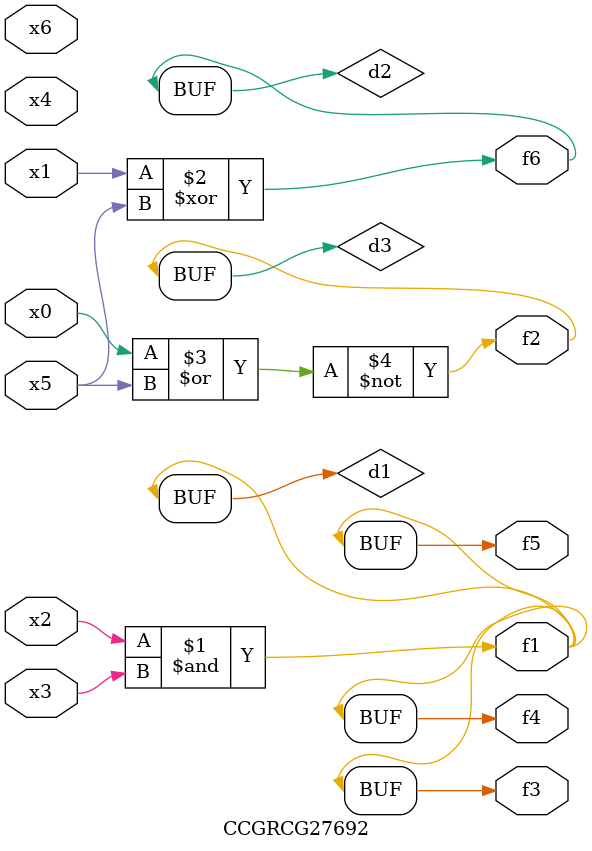
<source format=v>
module CCGRCG27692(
	input x0, x1, x2, x3, x4, x5, x6,
	output f1, f2, f3, f4, f5, f6
);

	wire d1, d2, d3;

	and (d1, x2, x3);
	xor (d2, x1, x5);
	nor (d3, x0, x5);
	assign f1 = d1;
	assign f2 = d3;
	assign f3 = d1;
	assign f4 = d1;
	assign f5 = d1;
	assign f6 = d2;
endmodule

</source>
